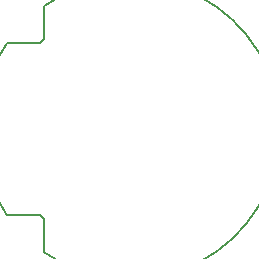
<source format=gm1>
G04*
G04 #@! TF.GenerationSoftware,Altium Limited,Altium Designer,22.7.1 (60)*
G04*
G04 Layer_Color=16711935*
%FSLAX24Y24*%
%MOIN*%
G70*
G04*
G04 #@! TF.SameCoordinates,277468EA-A594-40E7-B2BE-35E06897B6AD*
G04*
G04*
G04 #@! TF.FilePolarity,Positive*
G04*
G01*
G75*
%ADD12C,0.0050*%
D12*
X7132Y5904D02*
G03*
X7132Y14096I2868J4096D01*
G01*
X5904Y12868D02*
G03*
X5904Y7132I4096J-2868D01*
G01*
X7000Y12868D02*
X7132Y13000D01*
X5904Y12868D02*
X7000D01*
X7132Y13000D02*
Y14096D01*
X7000Y7132D02*
X7132Y7000D01*
X5904Y7132D02*
X7000D01*
X7132Y5904D02*
Y7000D01*
M02*

</source>
